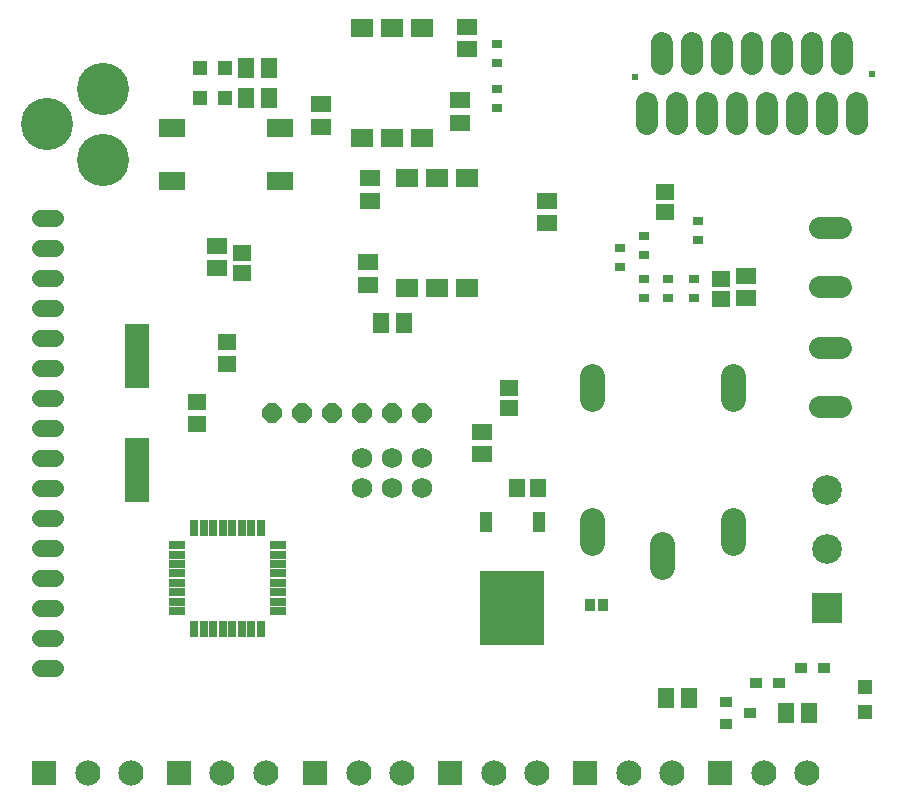
<source format=gts>
G75*
%MOIN*%
%OFA0B0*%
%FSLAX25Y25*%
%IPPOS*%
%LPD*%
%AMOC8*
5,1,8,0,0,1.08239X$1,22.5*
%
%ADD10C,0.02400*%
%ADD11R,0.06306X0.05518*%
%ADD12R,0.05518X0.06306*%
%ADD13R,0.03550X0.02762*%
%ADD14R,0.04337X0.03550*%
%ADD15OC8,0.06400*%
%ADD16R,0.02600X0.05400*%
%ADD17R,0.05400X0.02600*%
%ADD18C,0.07487*%
%ADD19C,0.06800*%
%ADD20C,0.17400*%
%ADD21R,0.09900X0.09900*%
%ADD22C,0.09900*%
%ADD23R,0.07408X0.06384*%
%ADD24R,0.03943X0.03550*%
%ADD25R,0.05518X0.06699*%
%ADD26R,0.06699X0.05518*%
%ADD27R,0.03746X0.03943*%
%ADD28C,0.07450*%
%ADD29R,0.08000X0.21400*%
%ADD30R,0.08700X0.05900*%
%ADD31C,0.08200*%
%ADD32R,0.05124X0.05124*%
%ADD33R,0.21660X0.24809*%
%ADD34R,0.04337X0.06699*%
%ADD35R,0.08400X0.08400*%
%ADD36C,0.08400*%
%ADD37C,0.05600*%
D10*
X0210167Y0248800D03*
X0289167Y0249800D03*
D11*
X0220167Y0210646D03*
X0220167Y0203954D03*
X0238667Y0181646D03*
X0238667Y0174954D03*
X0168167Y0145146D03*
X0168167Y0138454D03*
X0079167Y0183454D03*
X0079167Y0190146D03*
X0074167Y0160540D03*
X0074167Y0153060D03*
X0064167Y0140540D03*
X0064167Y0133060D03*
D12*
X0170820Y0111800D03*
X0177513Y0111800D03*
D13*
X0213167Y0175150D03*
X0213167Y0181450D03*
X0221167Y0181450D03*
X0221167Y0175150D03*
X0229667Y0175150D03*
X0229667Y0181450D03*
X0231167Y0194650D03*
X0231167Y0200950D03*
X0213167Y0195950D03*
X0213167Y0189650D03*
X0205167Y0191950D03*
X0205167Y0185650D03*
X0164167Y0238650D03*
X0164167Y0244950D03*
X0164167Y0253650D03*
X0164167Y0259950D03*
D14*
X0265230Y0051800D03*
X0258104Y0046800D03*
X0250230Y0046800D03*
X0273104Y0051800D03*
D15*
X0139167Y0136800D03*
X0129167Y0136800D03*
X0119167Y0136800D03*
X0109167Y0136800D03*
X0099167Y0136800D03*
X0089167Y0136800D03*
D16*
X0085190Y0098700D03*
X0082041Y0098700D03*
X0078891Y0098700D03*
X0075741Y0098700D03*
X0072592Y0098700D03*
X0069442Y0098700D03*
X0066293Y0098700D03*
X0063143Y0098700D03*
X0063143Y0064900D03*
X0066293Y0064900D03*
X0069442Y0064900D03*
X0072592Y0064900D03*
X0075741Y0064900D03*
X0078891Y0064900D03*
X0082041Y0064900D03*
X0085190Y0064900D03*
D17*
X0091067Y0070776D03*
X0091067Y0073926D03*
X0091067Y0077076D03*
X0091067Y0080225D03*
X0091067Y0083375D03*
X0091067Y0086524D03*
X0091067Y0089674D03*
X0091067Y0092824D03*
X0057267Y0092824D03*
X0057267Y0089674D03*
X0057267Y0086524D03*
X0057267Y0083375D03*
X0057267Y0080225D03*
X0057267Y0077076D03*
X0057267Y0073926D03*
X0057267Y0070776D03*
D18*
X0214167Y0233257D02*
X0214167Y0240343D01*
X0224167Y0240343D02*
X0224167Y0233257D01*
X0234167Y0233257D02*
X0234167Y0240343D01*
X0244167Y0240343D02*
X0244167Y0233257D01*
X0254167Y0233257D02*
X0254167Y0240343D01*
X0264167Y0240343D02*
X0264167Y0233257D01*
X0274167Y0233257D02*
X0274167Y0240343D01*
X0284167Y0240343D02*
X0284167Y0233257D01*
X0279167Y0253257D02*
X0279167Y0260343D01*
X0269167Y0260343D02*
X0269167Y0253257D01*
X0259167Y0253257D02*
X0259167Y0260343D01*
X0249167Y0260343D02*
X0249167Y0253257D01*
X0239167Y0253257D02*
X0239167Y0260343D01*
X0229167Y0260343D02*
X0229167Y0253257D01*
X0219167Y0253257D02*
X0219167Y0260343D01*
D19*
X0139167Y0121800D03*
X0139167Y0111800D03*
X0129167Y0111800D03*
X0119167Y0111800D03*
X0119167Y0121800D03*
X0129167Y0121800D03*
D20*
X0032667Y0221363D03*
X0014163Y0233174D03*
X0032667Y0244985D03*
D21*
X0274167Y0071800D03*
D22*
X0274167Y0091485D03*
X0274167Y0111170D03*
D23*
X0154167Y0178513D03*
X0144167Y0178513D03*
X0134167Y0178513D03*
X0134167Y0215087D03*
X0144167Y0215087D03*
X0154167Y0215087D03*
X0139167Y0228513D03*
X0129167Y0228513D03*
X0119167Y0228513D03*
X0119167Y0265087D03*
X0129167Y0265087D03*
X0139167Y0265087D03*
D24*
X0240230Y0040540D03*
X0248497Y0036800D03*
X0240230Y0033060D03*
D25*
X0227907Y0041800D03*
X0220427Y0041800D03*
X0260427Y0036800D03*
X0267907Y0036800D03*
X0132907Y0166800D03*
X0125427Y0166800D03*
X0087907Y0241800D03*
X0080427Y0241800D03*
X0080427Y0251800D03*
X0087907Y0251800D03*
D26*
X0105348Y0239753D03*
X0105348Y0232272D03*
X0121667Y0215040D03*
X0121667Y0207560D03*
X0121167Y0187040D03*
X0121167Y0179560D03*
X0070667Y0185060D03*
X0070667Y0192540D03*
X0151667Y0233560D03*
X0151667Y0241040D03*
X0154167Y0258060D03*
X0154167Y0265540D03*
X0180667Y0207540D03*
X0180667Y0200060D03*
X0247167Y0182540D03*
X0247167Y0175060D03*
X0159167Y0130540D03*
X0159167Y0123060D03*
D27*
X0194883Y0072800D03*
X0199450Y0072800D03*
D28*
X0271642Y0138957D02*
X0278692Y0138957D01*
X0278692Y0158643D02*
X0271642Y0158643D01*
X0271642Y0178957D02*
X0278692Y0178957D01*
X0278692Y0198643D02*
X0271642Y0198643D01*
D29*
X0044167Y0155800D03*
X0044167Y0117800D03*
D30*
X0055767Y0214100D03*
X0055767Y0231800D03*
X0091667Y0231800D03*
X0091667Y0214100D03*
D31*
X0195667Y0149200D02*
X0195667Y0141400D01*
X0195667Y0101200D02*
X0195667Y0093400D01*
X0219167Y0093200D02*
X0219167Y0085400D01*
X0242667Y0093400D02*
X0242667Y0101200D01*
X0242667Y0141400D02*
X0242667Y0149200D01*
D32*
X0286667Y0045434D03*
X0286667Y0037166D03*
X0073301Y0241800D03*
X0065033Y0241800D03*
X0065033Y0251800D03*
X0073301Y0251800D03*
D33*
X0169167Y0071957D03*
D34*
X0178143Y0100698D03*
X0160190Y0100698D03*
D35*
X0013167Y0016800D03*
X0057967Y0016800D03*
X0103467Y0016800D03*
X0148467Y0016800D03*
X0193467Y0016800D03*
X0238467Y0016800D03*
D36*
X0252946Y0016800D03*
X0267426Y0016800D03*
X0222426Y0016800D03*
X0207946Y0016800D03*
X0177426Y0016800D03*
X0162946Y0016800D03*
X0132426Y0016800D03*
X0117946Y0016800D03*
X0086926Y0016800D03*
X0072446Y0016800D03*
X0042126Y0016800D03*
X0027646Y0016800D03*
D37*
X0016767Y0051800D02*
X0011567Y0051800D01*
X0011567Y0061800D02*
X0016767Y0061800D01*
X0016767Y0071800D02*
X0011567Y0071800D01*
X0011567Y0081800D02*
X0016767Y0081800D01*
X0016767Y0091800D02*
X0011567Y0091800D01*
X0011567Y0101800D02*
X0016767Y0101800D01*
X0016767Y0111800D02*
X0011567Y0111800D01*
X0011567Y0121800D02*
X0016767Y0121800D01*
X0016767Y0131800D02*
X0011567Y0131800D01*
X0011567Y0141800D02*
X0016767Y0141800D01*
X0016767Y0151800D02*
X0011567Y0151800D01*
X0011567Y0161800D02*
X0016767Y0161800D01*
X0016767Y0171800D02*
X0011567Y0171800D01*
X0011567Y0181800D02*
X0016767Y0181800D01*
X0016767Y0191800D02*
X0011567Y0191800D01*
X0011567Y0201800D02*
X0016767Y0201800D01*
M02*

</source>
